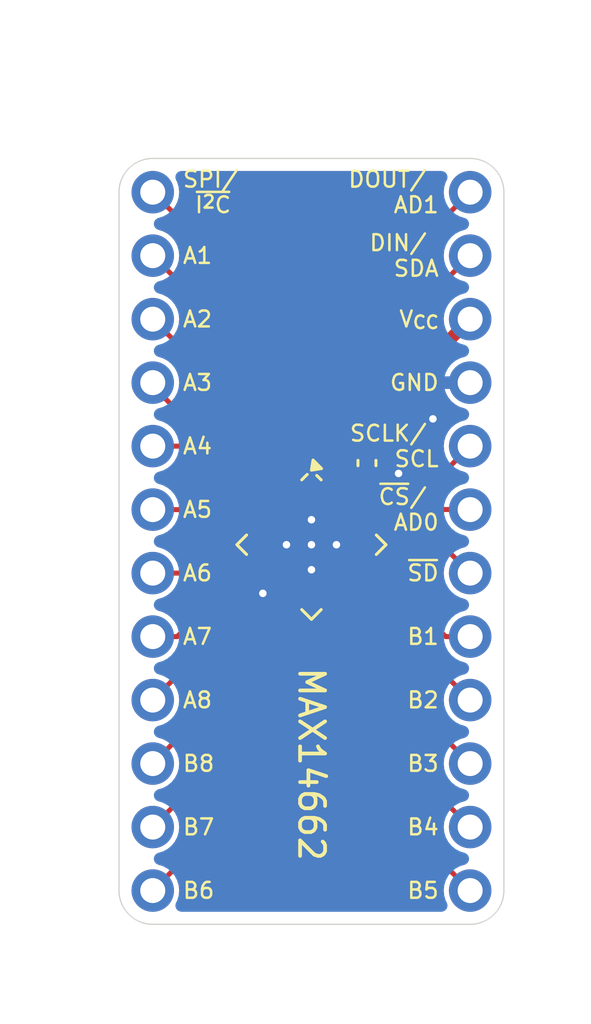
<source format=kicad_pcb>
(kicad_pcb (version 20240108) (generator "pcbnew") (generator_version "8.0")
  (layers (0 "F.Cu" signal) (31 "B.Cu" signal) (34 "B.Paste" user) (35 "F.Paste" user) (36 "B.SilkS" user "B.Silkscreen") (37 "F.SilkS" user "F.Silkscreen") (38 "B.Mask" user) (39 "F.Mask" user) (44 "Edge.Cuts" user))
  (net 0 "")
  (net 1 "GND")
  (net 2 "VCC")
  (net 3 "/A6")
  (net 4 "/B7")
  (net 5 "/A3")
  (net 6 "/A4")
  (net 7 "/A7")
  (net 8 "/B8")
  (net 9 "/A2")
  (net 10 "/A8")
  (net 11 "/A5")
  (net 12 "/B6")
  (net 13 "/A1")
  (net 14 "/SPI{slash}~{I^{2}C}")
  (net 15 "/B1")
  (net 16 "/~{CS}{slash}AD0")
  (net 17 "/B4")
  (net 18 "/~{SD}")
  (net 19 "/DIN{slash}SDA")
  (net 20 "/B2")
  (net 21 "/DOUT{slash}AD1")
  (net 22 "/SCLK{slash}SCL")
  (net 23 "/B3")
  (net 24 "/B5")
  (footprint "Package_DFN_QFN:QFN-28-1EP_4x4mm_P0.4mm_EP2.6x2.6mm" (layer "F.Cu") (at 103.386 65.90774 -45)
    (property "Reference" "U1" (hide yes))
    (property "Value" "MAX14662" (hide yes))
    (fp_line (start -2.11 2.11) (end -2.11 1.56) (stroke (width 0.12)) (layer "F.SilkS"))
    (fp_line (start -1.56 2.11) (end -2.11 2.11) (stroke (width 0.12)) (layer "F.SilkS"))
    (fp_line (start -2.11 -1.56) (end -2.11 -1.87) (stroke (width 0.12)) (layer "F.SilkS"))
    (fp_line (start 1.56 2.11) (end 2.11 2.11) (stroke (width 0.12)) (layer "F.SilkS"))
    (fp_line (start 2.11 2.11) (end 2.11 1.56) (stroke (width 0.12)) (layer "F.SilkS"))
    (fp_line (start -1.56 -2.11) (end -1.81 -2.11) (stroke (width 0.12)) (layer "F.SilkS"))
    (fp_line (start 1.56 -2.11) (end 2.11 -2.11) (stroke (width 0.12)) (layer "F.SilkS"))
    (fp_line (start 2.11 -2.11) (end 2.11 -1.56) (stroke (width 0.12)) (layer "F.SilkS"))
    (fp_poly (pts (xy -2.11 -2.11) (xy -2.349999 -2.44) (xy -1.87 -2.44) (xy -2.11 -2.11)) (stroke (width 0.12)) (fill solid) (layer "F.SilkS"))
    (pad "1" smd roundrect (at -1.9375 -1.200001 315) (size 0.875 0.2) (layers "F.Cu" "F.Paste" "F.Mask") (net 14 "/SPI{slash}~{I^{2}C}"))
    (pad "2" smd roundrect (at -1.9375 -0.8 315) (size 0.875 0.2) (layers "F.Cu" "F.Paste" "F.Mask") (net 13 "/A1"))
    (pad "3" smd roundrect (at -1.9375 -0.4 315) (size 0.875 0.2) (layers "F.Cu" "F.Paste" "F.Mask") (net 9 "/A2"))
    (pad "4" smd roundrect (at -1.937499 0 315) (size 0.875 0.2) (layers "F.Cu" "F.Paste" "F.Mask") (net 5 "/A3"))
    (pad "5" smd roundrect (at -1.9375 0.4 315) (size 0.875 0.2) (layers "F.Cu" "F.Paste" "F.Mask") (net 6 "/A4"))
    (pad "6" smd roundrect (at -1.9375 0.8 315) (size 0.875 0.2) (layers "F.Cu" "F.Paste" "F.Mask") (net 11 "/A5"))
    (pad "7" smd roundrect (at -1.9375 1.200001 315) (size 0.875 0.2) (layers "F.Cu" "F.Paste" "F.Mask") (net 3 "/A6"))
    (pad "8" smd roundrect (at -1.200001 1.9375 315) (size 0.2 0.875) (layers "F.Cu" "F.Paste" "F.Mask") (net 7 "/A7"))
    (pad "9" smd roundrect (at -0.8 1.9375 315) (size 0.2 0.875) (layers "F.Cu" "F.Paste" "F.Mask") (net 10 "/A8"))
    (pad "10" smd roundrect (at -0.4 1.9375 315) (size 0.2 0.875) (layers "F.Cu" "F.Paste" "F.Mask"))
    (pad "11" smd roundrect (at 0 1.937499 315) (size 0.2 0.875) (layers "F.Cu" "F.Paste" "F.Mask") (net 1 "GND"))
    (pad "12" smd roundrect (at 0.4 1.9375 315) (size 0.2 0.875) (layers "F.Cu" "F.Paste" "F.Mask"))
    (pad "13" smd roundrect (at 0.8 1.9375 315) (size 0.2 0.875) (layers "F.Cu" "F.Paste" "F.Mask"))
    (pad "14" smd roundrect (at 1.200001 1.9375 315) (size 0.2 0.875) (layers "F.Cu" "F.Paste" "F.Mask") (net 8 "/B8"))
    (pad "15" smd roundrect (at 1.9375 1.200001 315) (size 0.875 0.2) (layers "F.Cu" "F.Paste" "F.Mask") (net 4 "/B7"))
    (pad "16" smd roundrect (at 1.9375 0.8 315) (size 0.875 0.2) (layers "F.Cu" "F.Paste" "F.Mask") (net 12 "/B6"))
    (pad "17" smd roundrect (at 1.9375 0.4 315) (size 0.875 0.2) (layers "F.Cu" "F.Paste" "F.Mask") (net 24 "/B5"))
    (pad "18" smd roundrect (at 1.937499 0 315) (size 0.875 0.2) (layers "F.Cu" "F.Paste" "F.Mask") (net 17 "/B4"))
    (pad "19" smd roundrect (at 1.9375 -0.4 315) (size 0.875 0.2) (layers "F.Cu" "F.Paste" "F.Mask") (net 23 "/B3"))
    (pad "20" smd roundrect (at 1.9375 -0.8 315) (size 0.875 0.2) (layers "F.Cu" "F.Paste" "F.Mask") (net 20 "/B2"))
    (pad "21" smd roundrect (at 1.9375 -1.200001 315) (size 0.875 0.2) (layers "F.Cu" "F.Paste" "F.Mask") (net 15 "/B1"))
    (pad "22" smd roundrect (at 1.200001 -1.9375 315) (size 0.2 0.875) (layers "F.Cu" "F.Paste" "F.Mask") (net 18 "/~{SD}"))
    (pad "23" smd roundrect (at 0.8 -1.9375 315) (size 0.2 0.875) (layers "F.Cu" "F.Paste" "F.Mask") (net 16 "/~{CS}{slash}AD0"))
    (pad "24" smd roundrect (at 0.4 -1.9375 315) (size 0.2 0.875) (layers "F.Cu" "F.Paste" "F.Mask") (net 22 "/SCLK{slash}SCL"))
    (pad "25" smd roundrect (at 0 -1.937499 315) (size 0.2 0.875) (layers "F.Cu" "F.Paste" "F.Mask") (net 1 "GND"))
    (pad "26" smd roundrect (at -0.4 -1.9375 315) (size 0.2 0.875) (layers "F.Cu" "F.Paste" "F.Mask") (net 2 "VCC"))
    (pad "27" smd roundrect (at -0.8 -1.9375 315) (size 0.2 0.875) (layers "F.Cu" "F.Paste" "F.Mask") (net 19 "/DIN{slash}SDA"))
    (pad "28" smd roundrect (at -1.200001 -1.9375 315) (size 0.2 0.875) (layers "F.Cu" "F.Paste" "F.Mask") (net 21 "/DOUT{slash}AD1"))
    (pad "29" smd rect (at 0 0 315) (size 2.6 2.6) (property pad_prop_heatsink) (layers "F.Cu" "F.Mask") (net 1 "GND"))
  )
  (footprint "Capacitor_SMD:C_0402_1005Metric" (layer "F.Cu") (at 105.607 62.638878 90)
    (property "Reference" "C1" (hide yes))
    (property "Value" "100n" (hide yes))
    (fp_line (start -0.107836 -0.36) (end 0.107836 -0.36) (stroke (width 0.12)) (layer "F.SilkS"))
    (fp_line (start -0.107836 0.36) (end 0.107836 0.36) (stroke (width 0.12)) (layer "F.SilkS"))
    (pad "1" smd roundrect (at -0.48 0 90) (size 0.56 0.62) (layers "F.Cu" "F.Paste" "F.Mask") (net 2 "VCC"))
    (pad "2" smd roundrect (at 0.48 0 90) (size 0.56 0.62) (layers "F.Cu" "F.Paste" "F.Mask") (net 1 "GND"))
  )
  (footprint "Connector_PinHeader_2.54mm:PinHeader_1x12_P2.54mm_Vertical" (layer "B.Cu") (at 109.736 51.803 180)
    (property "Reference" "J2" (hide yes))
    (property "Value" "Conn_01x12_Socket" (hide yes))
    (pad "1" thru_hole circle (at 0 0 180) (size 1.7 1.7) (drill 1) (layers "*.Cu" "*.Mask") (net 21 "/DOUT{slash}AD1"))
    (pad "2" thru_hole oval (at 0 -2.54 180) (size 1.7 1.7) (drill 1) (layers "*.Cu" "*.Mask") (net 19 "/DIN{slash}SDA"))
    (pad "3" thru_hole oval (at 0 -5.08 180) (size 1.7 1.7) (drill 1) (layers "*.Cu" "*.Mask") (net 2 "VCC"))
    (pad "4" thru_hole oval (at 0 -7.62 180) (size 1.7 1.7) (drill 1) (layers "*.Cu" "*.Mask") (net 1 "GND"))
    (pad "5" thru_hole oval (at 0 -10.16 180) (size 1.7 1.7) (drill 1) (layers "*.Cu" "*.Mask") (net 22 "/SCLK{slash}SCL"))
    (pad "6" thru_hole oval (at 0 -12.7 180) (size 1.7 1.7) (drill 1) (layers "*.Cu" "*.Mask") (net 16 "/~{CS}{slash}AD0"))
    (pad "7" thru_hole oval (at 0 -15.24 180) (size 1.7 1.7) (drill 1) (layers "*.Cu" "*.Mask") (net 18 "/~{SD}"))
    (pad "8" thru_hole oval (at 0 -17.78 180) (size 1.7 1.7) (drill 1) (layers "*.Cu" "*.Mask") (net 15 "/B1"))
    (pad "9" thru_hole oval (at 0 -20.32 180) (size 1.7 1.7) (drill 1) (layers "*.Cu" "*.Mask") (net 20 "/B2"))
    (pad "10" thru_hole oval (at 0 -22.86 180) (size 1.7 1.7) (drill 1) (layers "*.Cu" "*.Mask") (net 23 "/B3"))
    (pad "11" thru_hole oval (at 0 -25.4 180) (size 1.7 1.7) (drill 1) (layers "*.Cu" "*.Mask") (net 17 "/B4"))
    (pad "12" thru_hole oval (at 0 -27.94 180) (size 1.7 1.7) (drill 1) (layers "*.Cu" "*.Mask") (net 24 "/B5"))
  )
  (footprint "Connector_PinHeader_2.54mm:PinHeader_1x12_P2.54mm_Vertical" (layer "B.Cu") (at 97.036 51.803 180)
    (property "Reference" "J1" (hide yes))
    (property "Value" "Conn_01x12_Socket" (hide yes))
    (pad "1" thru_hole circle (at 0 0 180) (size 1.7 1.7) (drill 1) (layers "*.Cu" "*.Mask") (net 14 "/SPI{slash}~{I^{2}C}"))
    (pad "2" thru_hole oval (at 0 -2.54 180) (size 1.7 1.7) (drill 1) (layers "*.Cu" "*.Mask") (net 13 "/A1"))
    (pad "3" thru_hole oval (at 0 -5.08 180) (size 1.7 1.7) (drill 1) (layers "*.Cu" "*.Mask") (net 9 "/A2"))
    (pad "4" thru_hole oval (at 0 -7.62 180) (size 1.7 1.7) (drill 1) (layers "*.Cu" "*.Mask") (net 5 "/A3"))
    (pad "5" thru_hole oval (at 0 -10.16 180) (size 1.7 1.7) (drill 1) (layers "*.Cu" "*.Mask") (net 6 "/A4"))
    (pad "6" thru_hole oval (at 0 -12.7 180) (size 1.7 1.7) (drill 1) (layers "*.Cu" "*.Mask") (net 11 "/A5"))
    (pad "7" thru_hole oval (at 0 -15.24 180) (size 1.7 1.7) (drill 1) (layers "*.Cu" "*.Mask") (net 3 "/A6"))
    (pad "8" thru_hole oval (at 0 -17.78 180) (size 1.7 1.7) (drill 1) (layers "*.Cu" "*.Mask") (net 7 "/A7"))
    (pad "9" thru_hole oval (at 0 -20.32 180) (size 1.7 1.7) (drill 1) (layers "*.Cu" "*.Mask") (net 10 "/A8"))
    (pad "10" thru_hole oval (at 0 -22.86 180) (size 1.7 1.7) (drill 1) (layers "*.Cu" "*.Mask") (net 8 "/B8"))
    (pad "11" thru_hole oval (at 0 -25.4 180) (size 1.7 1.7) (drill 1) (layers "*.Cu" "*.Mask") (net 4 "/B7"))
    (pad "12" thru_hole oval (at 0 -27.94 180) (size 1.7 1.7) (drill 1) (layers "*.Cu" "*.Mask") (net 12 "/B6"))
  )
  (gr_line (start 95.686 51.803) (end 95.686 79.743) (stroke (width 0.05)) (layer "Edge.Cuts"))
  (gr_line (start 97.036 81.093) (end 109.736 81.093) (stroke (width 0.05)) (layer "Edge.Cuts"))
  (gr_arc (start 97.036 81.093) (mid 96.081406 80.697594) (end 95.686 79.743) (stroke (width 0.05)) (layer "Edge.Cuts"))
  (gr_line (start 111.086 51.803) (end 111.086 79.743) (stroke (width 0.05)) (layer "Edge.Cuts"))
  (gr_line (start 97.036 50.453) (end 109.736 50.453) (stroke (width 0.05)) (layer "Edge.Cuts"))
  (gr_arc (start 109.736 50.453) (mid 110.690594 50.848406) (end 111.086 51.803) (stroke (width 0.05)) (layer "Edge.Cuts"))
  (gr_arc (start 111.086 79.743) (mid 110.690594 80.697594) (end 109.736 81.093) (stroke (width 0.05)) (layer "Edge.Cuts"))
  (gr_arc (start 95.686 51.803) (mid 96.081406 50.848406) (end 97.036 50.453) (stroke (width 0.05)) (layer "Edge.Cuts"))
  (gr_text "B8" (at 98.186 74.663 0) (layer "F.SilkS") (effects (font (size 0.635 0.635) (thickness 0.1)) (justify left)))
  (gr_text "A5" (at 98.186 64.503 0) (layer "F.SilkS") (effects (font (size 0.635 0.635) (thickness 0.1)) (justify left)))
  (gr_text "SCLK/ \nSCL" (at 108.536 61.963 0) (layer "F.SilkS") (effects (font (size 0.635 0.635) (thickness 0.1)) (justify right)))
  (gr_text "B4" (at 108.536 77.203 0) (layer "F.SilkS") (effects (font (size 0.635 0.635) (thickness 0.1)) (justify right)))
  (gr_text "DOUT/ \nAD1" (at 108.536 51.803 0) (layer "F.SilkS") (effects (font (size 0.635 0.635) (thickness 0.1)) (justify right)))
  (gr_text "B3" (at 108.536 74.663 0) (layer "F.SilkS") (effects (font (size 0.635 0.635) (thickness 0.1)) (justify right)))
  (gr_text "DIN/ \nSDA" (at 108.536 54.343 0) (layer "F.SilkS") (effects (font (size 0.635 0.635) (thickness 0.1)) (justify right)))
  (gr_text "B5" (at 108.536 79.743 0) (layer "F.SilkS") (effects (font (size 0.635 0.635) (thickness 0.1)) (justify right)))
  (gr_text "A1" (at 98.186 54.343 0) (layer "F.SilkS") (effects (font (size 0.635 0.635) (thickness 0.1)) (justify left)))
  (gr_text "V_{CC}" (at 108.536 56.883 0) (layer "F.SilkS") (effects (font (size 0.635 0.635) (thickness 0.1)) (justify right)))
  (gr_text "A6" (at 98.186 67.043 0) (layer "F.SilkS") (effects (font (size 0.635 0.635) (thickness 0.1)) (justify left)))
  (gr_text "B6" (at 98.186 79.743 0) (layer "F.SilkS") (effects (font (size 0.635 0.635) (thickness 0.1)) (justify left)))
  (gr_text "B1" (at 108.536 69.583 0) (layer "F.SilkS") (effects (font (size 0.635 0.635) (thickness 0.1)) (justify right)))
  (gr_text "~{CS}/ \nAD0" (at 108.536 64.503 0) (layer "F.SilkS") (effects (font (size 0.635 0.635) (thickness 0.1)) (justify right)))
  (gr_text "A2" (at 98.186 56.883 0) (layer "F.SilkS") (effects (font (size 0.635 0.635) (thickness 0.1)) (justify left)))
  (gr_text "A3" (at 98.186 59.423 0) (layer "F.SilkS") (effects (font (size 0.635 0.635) (thickness 0.1)) (justify left)))
  (gr_text "~{SD}" (at 108.536 67.043 0) (layer "F.SilkS") (effects (font (size 0.635 0.635) (thickness 0.1)) (justify right)))
  (gr_text "A8" (at 98.186 72.123 0) (layer "F.SilkS") (effects (font (size 0.635 0.635) (thickness 0.1)) (justify left)))
  (gr_text "A7" (at 98.186 69.583 0) (layer "F.SilkS") (effects (font (size 0.635 0.635) (thickness 0.1)) (justify left)))
  (gr_text "B2" (at 108.536 72.123 0) (layer "F.SilkS") (effects (font (size 0.635 0.635) (thickness 0.1)) (justify right)))
  (gr_text "A4" (at 98.186 61.963 0) (layer "F.SilkS") (effects (font (size 0.635 0.635) (thickness 0.1)) (justify left)))
  (gr_text "B7" (at 98.186 77.203 0) (layer "F.SilkS") (effects (font (size 0.635 0.635) (thickness 0.1)) (justify left)))
  (gr_text "MAX14662" (at 103.386 70.733 270) (layer "F.SilkS") (effects (font (size 1 1)) (justify left)))
  (gr_text "GND" (at 108.536 59.423 0) (layer "F.SilkS") (effects (font (size 0.635 0.635) (thickness 0.1)) (justify right)))
  (gr_text "SPI/\n ~{I^{2}C}" (at 98.186 51.803 0) (layer "F.SilkS") (effects (font (size 0.635 0.635) (thickness 0.1)) (justify left)))
  (segment (start 102.015936 67.277759) (end 102.015981 67.277759) (width 0.2) (layer "F.Cu") (net 1))
  (segment (start 101.441278 67.852417) (end 102.015936 67.277759) (width 0.2) (layer "F.Cu") (net 1))
  (segment (start 104.756019 64.537721) (end 105.594862 63.698878) (width 0.2) (layer "F.Cu") (net 1))
  (segment (start 102.015981 67.277759) (end 103.386 65.90774) (width 0.2) (layer "F.Cu") (net 1))
  (segment (start 105.594862 63.698878) (end 106.605122 63.698878) (width 0.2) (layer "F.Cu") (net 1))
  (segment (start 104.756019 64.537721) (end 103.386 65.90774) (width 0.2) (layer "F.Cu") (net 1))
  (via (at 104.386 65.90774) (size 0.6) (drill 0.3) (layers "F.Cu" "B.Cu") (net 1))
  (via (at 103.386 66.90774) (size 0.6) (drill 0.3) (layers "F.Cu" "B.Cu") (net 1))
  (via (at 101.441278 67.852417) (size 0.6) (drill 0.3) (layers "F.Cu" "B.Cu") (net 1))
  (via (at 106.871 63.056) (size 0.6) (drill 0.3) (layers "F.Cu" "B.Cu") (net 1))
  (via (at 103.386 65.90774) (size 0.6) (drill 0.3) (layers "F.Cu" "B.Cu") (net 1))
  (via (at 103.386 64.90774) (size 0.6) (drill 0.3) (layers "F.Cu" "B.Cu") (net 1))
  (via (at 108.246 60.873) (size 0.6) (drill 0.3) (layers "F.Cu" "B.Cu") (net 1))
  (via (at 102.386 65.90774) (size 0.6) (drill 0.3) (layers "F.Cu" "B.Cu") (net 1))
  (segment (start 105.418734 63.118878) (end 105.607 63.118878) (width 0.5) (layer "F.Cu") (net 2))
  (segment (start 104.847 61.770612) (end 104.847 62.547144) (width 0.5) (layer "F.Cu") (net 2))
  (segment (start 105.607 63.121055) (end 105.607 63.118878) (width 0.2) (layer "F.Cu") (net 2))
  (segment (start 104.847 62.547144) (end 105.418734 63.118878) (width 0.5) (layer "F.Cu") (net 2))
  (segment (start 106.051 60.568) (end 106.049612 60.568) (width 0.5) (layer "F.Cu") (net 2))
  (segment (start 104.473177 64.254878) (end 105.607 63.121055) (width 0.2) (layer "F.Cu") (net 2))
  (segment (start 109.736 56.883) (end 106.051 60.568) (width 0.5) (layer "F.Cu") (net 2))
  (segment (start 106.049612 60.568) (end 104.847 61.770612) (width 0.5) (layer "F.Cu") (net 2))
  (segment (start 100.507113 66.523882) (end 100.507113 66.523884) (width 0.2) (layer "F.Cu") (net 3))
  (segment (start 100.507113 66.523884) (end 99.987997 67.043) (width 0.2) (layer "F.Cu") (net 3))
  (segment (start 101.167452 65.386249) (end 101.167452 65.863543) (width 0.2) (layer "F.Cu") (net 3))
  (segment (start 101.167452 65.863543) (end 100.507113 66.523882) (width 0.2) (layer "F.Cu") (net 3))
  (segment (start 99.987997 67.043) (end 97.036 67.043) (width 0.2) (layer "F.Cu") (net 3))
  (segment (start 103.907491 68.126288) (end 103.264509 68.76927) (width 0.2) (layer "F.Cu") (net 4))
  (segment (start 103.264509 68.76927) (end 103.264509 70.974491) (width 0.2) (layer "F.Cu") (net 4))
  (segment (start 103.264509 70.974491) (end 97.036 77.203) (width 0.2) (layer "F.Cu") (net 4))
  (segment (start 97.036 59.55774) (end 102.015981 64.537721) (width 0.2) (layer "F.Cu") (net 5))
  (segment (start 97.036 59.423) (end 97.036 59.55774) (width 0.2) (layer "F.Cu") (net 5))
  (segment (start 98.875574 61.963) (end 101.471889 64.559315) (width 0.2) (layer "F.Cu") (net 6))
  (segment (start 101.471889 64.559315) (end 101.733138 64.820563) (width 0.2) (layer "F.Cu") (net 6))
  (segment (start 97.036 61.963) (end 98.875574 61.963) (width 0.2) (layer "F.Cu") (net 6))
  (segment (start 101.167452 66.429231) (end 98.013683 69.583) (width 0.2) (layer "F.Cu") (net 7))
  (segment (start 98.013683 69.583) (end 97.036 69.583) (width 0.2) (layer "F.Cu") (net 7))
  (segment (start 102.864509 68.834491) (end 97.036 74.663) (width 0.2) (layer "F.Cu") (net 8))
  (segment (start 102.864509 68.126288) (end 102.864509 68.834491) (width 0.2) (layer "F.Cu") (net 8))
  (segment (start 101.80417 61.65117) (end 101.80417 63.760224) (width 0.2) (layer "F.Cu") (net 9))
  (segment (start 97.036 56.883) (end 101.80417 61.65117) (width 0.2) (layer "F.Cu") (net 9))
  (segment (start 101.80417 63.760224) (end 102.242973 64.199027) (width 0.2) (layer "F.Cu") (net 9))
  (segment (start 100.841278 68.317722) (end 97.036 72.123) (width 0.2) (layer "F.Cu") (net 10))
  (segment (start 100.841278 67.321091) (end 100.841278 68.317722) (width 0.2) (layer "F.Cu") (net 10))
  (segment (start 101.450295 66.712074) (end 100.841278 67.321091) (width 0.2) (layer "F.Cu") (net 10))
  (segment (start 100.849889 64.503) (end 97.036 64.503) (width 0.2) (layer "F.Cu") (net 11))
  (segment (start 101.450295 65.103406) (end 100.849889 64.503) (width 0.2) (layer "F.Cu") (net 11))
  (segment (start 103.664509 69.415491) (end 104.56783 68.51217) (width 0.2) (layer "F.Cu") (net 12))
  (segment (start 104.56783 68.220941) (end 104.190334 67.843445) (width 0.2) (layer "F.Cu") (net 12))
  (segment (start 104.56783 68.51217) (end 104.56783 68.220941) (width 0.2) (layer "F.Cu") (net 12))
  (segment (start 97.036 79.743) (end 103.664509 73.114491) (width 0.2) (layer "F.Cu") (net 12))
  (segment (start 103.664509 73.114491) (end 103.664509 69.415491) (width 0.2) (layer "F.Cu") (net 12))
  (segment (start 102.581666 63.972035) (end 102.20417 63.594541) (width 0.2) (layer "F.Cu") (net 13))
  (segment (start 102.20417 59.51117) (end 97.036 54.343) (width 0.2) (layer "F.Cu") (net 13))
  (segment (start 102.20417 63.594541) (end 102.20417 59.51117) (width 0.2) (layer "F.Cu") (net 13))
  (segment (start 102.60417 63.428853) (end 102.864509 63.689192) (width 0.2) (layer "F.Cu") (net 14))
  (segment (start 102.60417 57.37117) (end 102.60417 63.428853) (width 0.2) (layer "F.Cu") (net 14))
  (segment (start 97.036 51.803) (end 102.60417 57.37117) (width 0.2) (layer "F.Cu") (net 14))
  (segment (start 108.758317 69.583) (end 109.736 69.583) (width 0.2) (layer "F.Cu") (net 15))
  (segment (start 105.604548 66.429231) (end 108.758317 69.583) (width 0.2) (layer "F.Cu") (net 15))
  (segment (start 105.926233 64.498878) (end 109.731878 64.498878) (width 0.2) (layer "F.Cu") (net 16))
  (segment (start 105.321705 65.103406) (end 105.926233 64.498878) (width 0.2) (layer "F.Cu") (net 16))
  (segment (start 109.731878 64.498878) (end 109.736 64.503) (width 0.2) (layer "F.Cu") (net 16))
  (segment (start 105.36783 72.83483) (end 105.36783 67.88957) (width 0.2) (layer "F.Cu") (net 17))
  (segment (start 109.736 77.203) (end 105.36783 72.83483) (width 0.2) (layer "F.Cu") (net 17))
  (segment (start 105.36783 67.88957) (end 104.756019 67.277759) (width 0.2) (layer "F.Cu") (net 17))
  (segment (start 105.604548 65.386249) (end 106.091919 64.898878) (width 0.2) (layer "F.Cu") (net 18))
  (segment (start 106.091919 64.898878) (end 107.591878 64.898878) (width 0.2) (layer "F.Cu") (net 18))
  (segment (start 107.591878 64.898878) (end 109.736 67.043) (width 0.2) (layer "F.Cu") (net 18))
  (segment (start 104.56783 63.045792) (end 104.297 62.774962) (width 0.2) (layer "F.Cu") (net 19))
  (segment (start 104.190334 63.972035) (end 104.56783 63.594539) (width 0.2) (layer "F.Cu") (net 19))
  (segment (start 104.297 62.774962) (end 104.297 59.782) (width 0.2) (layer "F.Cu") (net 19))
  (segment (start 104.297 59.782) (end 109.736 54.343) (width 0.2) (layer "F.Cu") (net 19))
  (segment (start 104.56783 63.594539) (end 104.56783 63.045792) (width 0.2) (layer "F.Cu") (net 19))
  (segment (start 105.321705 66.712074) (end 106.16783 67.558199) (width 0.2) (layer "F.Cu") (net 20))
  (segment (start 106.16783 67.558199) (end 106.16783 68.55483) (width 0.2) (layer "F.Cu") (net 20))
  (segment (start 106.16783 68.55483) (end 109.736 72.123) (width 0.2) (layer "F.Cu") (net 20))
  (segment (start 103.897 57.642) (end 109.736 51.803) (width 0.2) (layer "F.Cu") (net 21))
  (segment (start 103.897 63.678701) (end 103.897 57.642) (width 0.2) (layer "F.Cu") (net 21))
  (segment (start 103.907491 63.689192) (end 103.897 63.678701) (width 0.2) (layer "F.Cu") (net 21))
  (segment (start 105.038862 64.820563) (end 105.760547 64.098878) (width 0.2) (layer "F.Cu") (net 22))
  (segment (start 105.760547 64.098878) (end 107.600122 64.098878) (width 0.2) (layer "F.Cu") (net 22))
  (segment (start 107.600122 64.098878) (end 109.736 61.963) (width 0.2) (layer "F.Cu") (net 22))
  (segment (start 105.76783 67.723884) (end 105.76783 70.69483) (width 0.2) (layer "F.Cu") (net 23))
  (segment (start 105.038862 66.994917) (end 105.76783 67.723884) (width 0.2) (layer "F.Cu") (net 23))
  (segment (start 105.76783 70.69483) (end 109.736 74.663) (width 0.2) (layer "F.Cu") (net 23))
  (segment (start 104.473177 67.560602) (end 104.96783 68.055255) (width 0.2) (layer "F.Cu") (net 24))
  (segment (start 104.96783 68.055255) (end 104.96783 74.97483) (width 0.2) (layer "F.Cu") (net 24))
  (segment (start 104.96783 74.97483) (end 109.736 79.743) (width 0.2) (layer "F.Cu") (net 24))
  (zone (net 0) (net_name "") (layer "F.Cu") (connect_pads (clearance 0)) (min_thickness 0.5)
    (keepout (tracks allowed) (vias allowed) (pads allowed) (copperpour not_allowed) (footprints allowed))
    (fill (thermal_gap 0.5) (thermal_bridge_width 0.5))
    (polygon (pts (xy 97.421 67.669) (xy 97.421 73.001) (xy 98.164 73.744) (xy 98.625 73.744) (xy 102.799 69.57) (xy 102.799 67.677) (xy 102.791 67.669)))
  )
  (zone (net 1) (net_name "GND") (layers "F&B.Cu") (connect_pads (clearance 0.2)) (min_thickness 0.5) (fill yes (thermal_gap 0.2) (thermal_bridge_width 0.5))
    (polygon (pts (xy 92.505 47.284) (xy 92.505 85.101) (xy 114.585 85.101) (xy 114.585 47.284)))
  )
)
</source>
